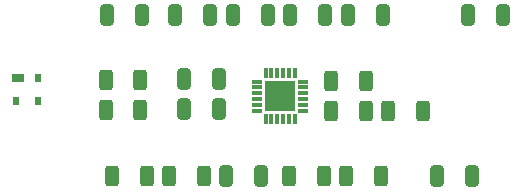
<source format=gbr>
%TF.GenerationSoftware,KiCad,Pcbnew,(6.0.7)*%
%TF.CreationDate,2022-12-19T16:29:32-08:00*%
%TF.ProjectId,Intermediary_revC_4layer,496e7465-726d-4656-9469-6172795f7265,rev?*%
%TF.SameCoordinates,Original*%
%TF.FileFunction,Paste,Bot*%
%TF.FilePolarity,Positive*%
%FSLAX46Y46*%
G04 Gerber Fmt 4.6, Leading zero omitted, Abs format (unit mm)*
G04 Created by KiCad (PCBNEW (6.0.7)) date 2022-12-19 16:29:32*
%MOMM*%
%LPD*%
G01*
G04 APERTURE LIST*
G04 Aperture macros list*
%AMRoundRect*
0 Rectangle with rounded corners*
0 $1 Rounding radius*
0 $2 $3 $4 $5 $6 $7 $8 $9 X,Y pos of 4 corners*
0 Add a 4 corners polygon primitive as box body*
4,1,4,$2,$3,$4,$5,$6,$7,$8,$9,$2,$3,0*
0 Add four circle primitives for the rounded corners*
1,1,$1+$1,$2,$3*
1,1,$1+$1,$4,$5*
1,1,$1+$1,$6,$7*
1,1,$1+$1,$8,$9*
0 Add four rect primitives between the rounded corners*
20,1,$1+$1,$2,$3,$4,$5,0*
20,1,$1+$1,$4,$5,$6,$7,0*
20,1,$1+$1,$6,$7,$8,$9,0*
20,1,$1+$1,$8,$9,$2,$3,0*%
G04 Aperture macros list end*
%ADD10R,0.850000X0.300000*%
%ADD11R,0.300000X0.850000*%
%ADD12R,2.550000X2.550000*%
%ADD13RoundRect,0.250000X0.312500X0.625000X-0.312500X0.625000X-0.312500X-0.625000X0.312500X-0.625000X0*%
%ADD14RoundRect,0.250000X-0.325000X-0.650000X0.325000X-0.650000X0.325000X0.650000X-0.325000X0.650000X0*%
%ADD15RoundRect,0.250000X-0.312500X-0.625000X0.312500X-0.625000X0.312500X0.625000X-0.312500X0.625000X0*%
%ADD16R,1.000000X0.700000*%
%ADD17R,0.600000X0.700000*%
%ADD18RoundRect,0.250000X0.325000X0.650000X-0.325000X0.650000X-0.325000X-0.650000X0.325000X-0.650000X0*%
G04 APERTURE END LIST*
D10*
%TO.C,IC1*%
X141132200Y-96246000D03*
X141132200Y-95746000D03*
X141132200Y-95246000D03*
X141132200Y-94746000D03*
X141132200Y-94246000D03*
X141132200Y-93746000D03*
D11*
X141832200Y-93046000D03*
X142332200Y-93046000D03*
X142832200Y-93046000D03*
X143332200Y-93046000D03*
X143832200Y-93046000D03*
X144332200Y-93046000D03*
D10*
X145032200Y-93746000D03*
X145032200Y-94246000D03*
X145032200Y-94746000D03*
X145032200Y-95246000D03*
X145032200Y-95746000D03*
X145032200Y-96246000D03*
D11*
X144332200Y-96946000D03*
X143832200Y-96946000D03*
X143332200Y-96946000D03*
X142832200Y-96946000D03*
X142332200Y-96946000D03*
X141832200Y-96946000D03*
D12*
X143082200Y-94996000D03*
%TD*%
D13*
%TO.C,R4*%
X155147200Y-96266000D03*
X152222200Y-96266000D03*
%TD*%
%TO.C,R1*%
X150321200Y-93726000D03*
X147396200Y-93726000D03*
%TD*%
D14*
%TO.C,C4*%
X143942200Y-88138000D03*
X146892200Y-88138000D03*
%TD*%
D15*
%TO.C,R7*%
X128295400Y-93624400D03*
X131220400Y-93624400D03*
%TD*%
D13*
%TO.C,R8*%
X146765200Y-101727000D03*
X143840200Y-101727000D03*
%TD*%
D15*
%TO.C,R6*%
X128295400Y-96113600D03*
X131220400Y-96113600D03*
%TD*%
D13*
%TO.C,R2*%
X136605200Y-101727000D03*
X133680200Y-101727000D03*
%TD*%
D16*
%TO.C,D2*%
X120904000Y-93421200D03*
D17*
X122604000Y-93421200D03*
X122604000Y-95421200D03*
X120704000Y-95421200D03*
%TD*%
D18*
%TO.C,C8*%
X137873000Y-96088200D03*
X134923000Y-96088200D03*
%TD*%
%TO.C,C7*%
X137873000Y-93548200D03*
X134923000Y-93548200D03*
%TD*%
D13*
%TO.C,R5*%
X150317200Y-96266000D03*
X147392200Y-96266000D03*
%TD*%
D15*
%TO.C,R9*%
X148662200Y-101727000D03*
X151587200Y-101727000D03*
%TD*%
D14*
%TO.C,C2*%
X156388200Y-101727000D03*
X159338200Y-101727000D03*
%TD*%
D18*
%TO.C,C9*%
X137111000Y-88138000D03*
X134161000Y-88138000D03*
%TD*%
D14*
%TO.C,C6*%
X148797200Y-88138000D03*
X151747200Y-88138000D03*
%TD*%
D18*
%TO.C,C3*%
X142066200Y-88138000D03*
X139116200Y-88138000D03*
%TD*%
D13*
%TO.C,R3*%
X131783200Y-101727000D03*
X128858200Y-101727000D03*
%TD*%
D14*
%TO.C,C1*%
X138510200Y-101727000D03*
X141460200Y-101727000D03*
%TD*%
D18*
%TO.C,C10*%
X161925000Y-88138000D03*
X158975000Y-88138000D03*
%TD*%
D14*
%TO.C,C5*%
X128397000Y-88138000D03*
X131347000Y-88138000D03*
%TD*%
M02*

</source>
